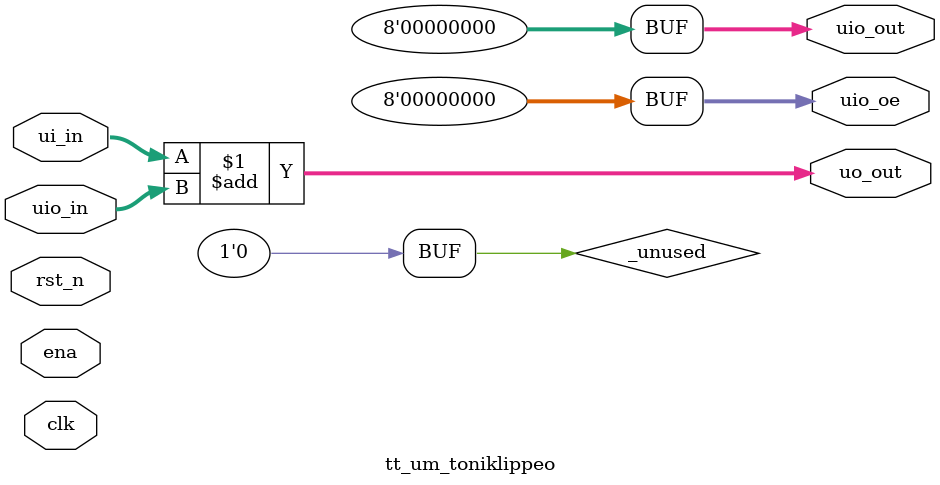
<source format=v>
/*
 * Copyright (c) 2024 Your Name
 * SPDX-License-Identifier: Apache-2.0
 */

`default_nettype none

module tt_um_toniklippeo (
    input  wire [7:0] ui_in,    // Dedicated inputs
    output wire [7:0] uo_out,   // Dedicated outputs
    input  wire [7:0] uio_in,   // IOs: Input path
    output wire [7:0] uio_out,  // IOs: Output path
    output wire [7:0] uio_oe,   // IOs: Enable path (active high: 0=input, 1=output)
    input  wire       ena,      // always 1 when the design is powered, so you can ignore it
    input  wire       clk,      // clock
    input  wire       rst_n     // reset_n - low to reset
);

  // All output pins must be assigned. If not used, assign to 0.
  assign uo_out  = ui_in + uio_in;  // Example: ou_out is the sum of ui_in and uio_in
  assign uio_out = 0;
  assign uio_oe  = 0;

  // List all unused inputs to prevent warnings
  wire _unused = &{ena, clk, rst_n, 1'b0};

endmodule

</source>
